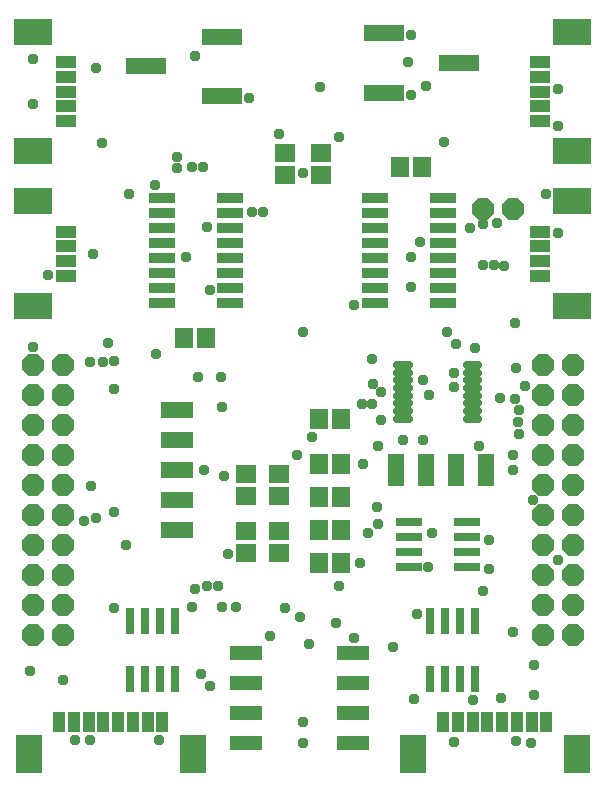
<source format=gbr>
G04 EAGLE Gerber RS-274X export*
G75*
%MOMM*%
%FSLAX34Y34*%
%LPD*%
%INSoldermask Top*%
%IPPOS*%
%AMOC8*
5,1,8,0,0,1.08239X$1,22.5*%
G01*
%ADD10P,1.951982X8X112.500000*%
%ADD11P,1.951982X8X22.500000*%
%ADD12R,1.703200X1.503200*%
%ADD13R,1.503200X1.703200*%
%ADD14R,0.736600X2.184400*%
%ADD15R,1.803200X1.003200*%
%ADD16R,3.203200X2.303200*%
%ADD17R,1.003200X1.803200*%
%ADD18R,2.303200X3.203200*%
%ADD19R,2.235200X0.965200*%
%ADD20R,3.505200X1.473200*%
%ADD21R,2.184400X0.762000*%
%ADD22R,2.703200X1.203200*%
%ADD23C,0.653200*%
%ADD24R,2.743200X1.473200*%
%ADD25R,1.473200X2.743200*%
%ADD26C,0.959600*%


D10*
X406400Y487680D03*
X431800Y487680D03*
D11*
X25400Y355600D03*
X25486Y330289D03*
X50800Y127000D03*
X50800Y152400D03*
X50800Y177800D03*
X50800Y203200D03*
X50800Y228600D03*
X50800Y254000D03*
X50800Y279400D03*
X50800Y304800D03*
X50800Y330200D03*
X50800Y355600D03*
X25509Y304711D03*
X457200Y355600D03*
X457200Y330200D03*
X457200Y304800D03*
X457200Y279400D03*
X457200Y254000D03*
X457200Y228600D03*
X457200Y203200D03*
X457200Y177800D03*
X457200Y152400D03*
X457200Y127000D03*
X25474Y279461D03*
X482600Y127000D03*
X482600Y152400D03*
X482600Y177800D03*
X482600Y203200D03*
X482600Y228600D03*
X482600Y254000D03*
X482600Y279400D03*
X482600Y304800D03*
X482600Y330200D03*
X482600Y355600D03*
X25400Y254000D03*
X25400Y228600D03*
X25400Y203200D03*
X25400Y177800D03*
X25400Y152400D03*
X25400Y127000D03*
D12*
X269240Y516280D03*
X269240Y535280D03*
X238760Y516280D03*
X238760Y535280D03*
X233680Y244500D03*
X233680Y263500D03*
X205740Y263500D03*
X205740Y244500D03*
X233680Y196240D03*
X233680Y215240D03*
X205740Y215240D03*
X205740Y196240D03*
D13*
X286360Y243840D03*
X267360Y243840D03*
X267360Y271780D03*
X286360Y271780D03*
X286360Y215900D03*
X267360Y215900D03*
X267360Y187960D03*
X286360Y187960D03*
D14*
X146050Y138938D03*
X133350Y138938D03*
X120650Y138938D03*
X107950Y138938D03*
X107950Y89662D03*
X120650Y89662D03*
X133350Y89662D03*
X146050Y89662D03*
X400050Y138938D03*
X387350Y138938D03*
X374650Y138938D03*
X361950Y138938D03*
X361950Y89662D03*
X374650Y89662D03*
X387350Y89662D03*
X400050Y89662D03*
D15*
X53340Y468330D03*
X53340Y455830D03*
X53340Y443330D03*
X53340Y430830D03*
D16*
X25840Y493930D03*
X25840Y405230D03*
D15*
X454660Y430830D03*
X454660Y443330D03*
X454660Y455830D03*
X454660Y468330D03*
D16*
X482160Y405230D03*
X482160Y493930D03*
D17*
X47690Y53340D03*
X60190Y53340D03*
X72690Y53340D03*
X85190Y53340D03*
X97690Y53340D03*
X110190Y53340D03*
X122690Y53340D03*
X135190Y53340D03*
D18*
X22090Y25840D03*
X160790Y25840D03*
D17*
X372810Y53340D03*
X385310Y53340D03*
X397810Y53340D03*
X410310Y53340D03*
X422810Y53340D03*
X435310Y53340D03*
X447810Y53340D03*
X460310Y53340D03*
D18*
X347210Y25840D03*
X485910Y25840D03*
D15*
X53340Y611740D03*
X53340Y599240D03*
X53340Y586740D03*
X53340Y574240D03*
X53340Y561740D03*
D16*
X25840Y637340D03*
X25840Y536140D03*
D15*
X454660Y561740D03*
X454660Y574240D03*
X454660Y586740D03*
X454660Y599240D03*
X454660Y611740D03*
D16*
X482160Y536140D03*
X482160Y637340D03*
D13*
X172060Y378460D03*
X153060Y378460D03*
X335940Y523240D03*
X354940Y523240D03*
D19*
X135128Y496570D03*
X135128Y483870D03*
X135128Y471170D03*
X135128Y458470D03*
X135128Y445770D03*
X135128Y433070D03*
X135128Y420370D03*
X135128Y407670D03*
X192532Y407670D03*
X192532Y420370D03*
X192532Y433070D03*
X192532Y445770D03*
X192532Y458470D03*
X192532Y471170D03*
X192532Y483870D03*
X192532Y496570D03*
X372872Y407670D03*
X372872Y420370D03*
X372872Y433070D03*
X372872Y445770D03*
X372872Y458470D03*
X372872Y471170D03*
X372872Y483870D03*
X372872Y496570D03*
X315468Y496570D03*
X315468Y483870D03*
X315468Y471170D03*
X315468Y458470D03*
X315468Y445770D03*
X315468Y433070D03*
X315468Y420370D03*
X315468Y407670D03*
D20*
X185412Y582996D03*
X185341Y633126D03*
X121636Y608437D03*
X322588Y636204D03*
X322659Y586075D03*
X386364Y610763D03*
D21*
X343662Y222250D03*
X343662Y209550D03*
X343662Y196850D03*
X343662Y184150D03*
X392938Y184150D03*
X392938Y196850D03*
X392938Y209550D03*
X392938Y222250D03*
D22*
X205540Y111840D03*
X205540Y86440D03*
X205540Y61040D03*
X296540Y111840D03*
X296540Y86440D03*
X296540Y61040D03*
X205540Y35640D03*
X296540Y35640D03*
D13*
X286360Y309880D03*
X267360Y309880D03*
D23*
X334050Y355490D02*
X343550Y355490D01*
X343550Y348990D02*
X334050Y348990D01*
X334050Y342490D02*
X343550Y342490D01*
X343550Y335990D02*
X334050Y335990D01*
X334050Y329490D02*
X343550Y329490D01*
X343550Y322990D02*
X334050Y322990D01*
X334050Y316490D02*
X343550Y316490D01*
X343550Y309990D02*
X334050Y309990D01*
X393050Y309990D02*
X402550Y309990D01*
X402550Y316490D02*
X393050Y316490D01*
X393050Y322990D02*
X402550Y322990D01*
X402550Y329490D02*
X393050Y329490D01*
X393050Y335990D02*
X402550Y335990D01*
X402550Y342490D02*
X393050Y342490D01*
X393050Y348990D02*
X402550Y348990D01*
X402550Y355490D02*
X393050Y355490D01*
D24*
X147320Y266700D03*
X147320Y241300D03*
X147320Y215900D03*
X147320Y292100D03*
D25*
X383540Y266700D03*
X332740Y266700D03*
X408940Y266700D03*
X358140Y266700D03*
D24*
X147320Y317500D03*
D26*
X433540Y327000D03*
X355460Y342486D03*
X434304Y36843D03*
X93980Y149860D03*
X132080Y38100D03*
X104140Y203200D03*
X93980Y231140D03*
X93980Y335280D03*
X170180Y266700D03*
X25400Y370840D03*
X434340Y353060D03*
X441960Y337820D03*
X284480Y548640D03*
X233680Y551180D03*
X268161Y591124D03*
X208280Y581660D03*
X345440Y635000D03*
X469900Y589280D03*
X469900Y467360D03*
X106680Y500380D03*
X38100Y431800D03*
X350520Y144780D03*
X304800Y271780D03*
X302260Y187960D03*
X470088Y557421D03*
X459740Y500380D03*
X433476Y390870D03*
X382125Y36266D03*
X73660Y38100D03*
X436880Y297180D03*
X431800Y266700D03*
X418102Y475925D03*
X317500Y287020D03*
X469900Y190500D03*
X76200Y449580D03*
X449580Y76200D03*
X281940Y137160D03*
X226146Y125959D03*
X167640Y93980D03*
X50800Y88900D03*
X22860Y96520D03*
X254000Y383540D03*
X360357Y184490D03*
X83820Y543560D03*
X254000Y35560D03*
X78740Y607060D03*
X25400Y614680D03*
X25400Y576580D03*
X261620Y294640D03*
X355600Y292100D03*
X330200Y116840D03*
X449580Y101600D03*
X360680Y330200D03*
X400136Y369387D03*
X248920Y279400D03*
X162560Y617220D03*
X342900Y612140D03*
X431800Y129540D03*
X185420Y320040D03*
X448666Y241300D03*
X363220Y213360D03*
X345440Y421640D03*
X254000Y518160D03*
X160020Y150396D03*
X162560Y165580D03*
X60960Y38100D03*
X447040Y35560D03*
X375920Y383540D03*
X184376Y344960D03*
X421160Y327124D03*
X381988Y348554D03*
X406400Y164112D03*
X297180Y124460D03*
X88900Y374234D03*
X93980Y359050D03*
X129060Y508000D03*
X129540Y364582D03*
X78740Y226060D03*
X74648Y253012D03*
X313594Y338994D03*
X381988Y336418D03*
X175260Y83284D03*
X254000Y53340D03*
X259080Y119380D03*
X185420Y150396D03*
X172720Y168628D03*
X347980Y72742D03*
X238760Y149860D03*
X197721Y150396D03*
X181808Y168628D03*
X68580Y223520D03*
X373380Y544548D03*
X424576Y439420D03*
X431876Y279476D03*
X309268Y213360D03*
X411480Y207292D03*
X251460Y142240D03*
X84892Y358140D03*
X312867Y322558D03*
X436880Y317500D03*
X73622Y358102D03*
X303779Y322558D03*
X436344Y307340D03*
X353060Y459740D03*
X358140Y591820D03*
X345440Y447040D03*
X345440Y584200D03*
X297180Y406400D03*
X190500Y195580D03*
X154940Y447040D03*
X160020Y523240D03*
X175260Y419100D03*
X186906Y261620D03*
X172720Y472440D03*
X169108Y523240D03*
X316381Y235101D03*
X317500Y220980D03*
X411480Y182880D03*
X284480Y168628D03*
X406400Y439702D03*
X395404Y471658D03*
X402872Y287020D03*
X383540Y373380D03*
X415488Y439702D03*
X406400Y474373D03*
X219908Y485140D03*
X147320Y531436D03*
X338808Y292100D03*
X312420Y360680D03*
X210820Y485140D03*
X147320Y522348D03*
X320040Y308892D03*
X320020Y332568D03*
X398432Y72006D03*
X421640Y73660D03*
X165100Y344960D03*
M02*

</source>
